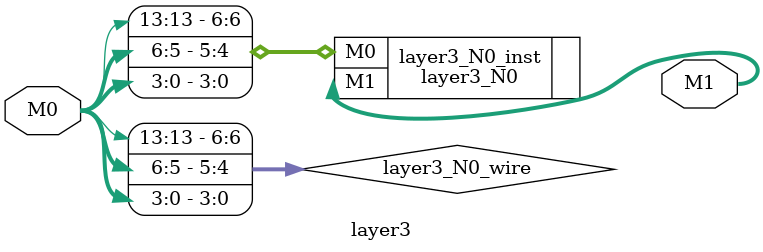
<source format=v>
module layer3 (input [14:0] M0, output [1:0] M1);

wire [6:0] layer3_N0_wire = {M0[13], M0[6], M0[5], M0[3], M0[2], M0[1], M0[0]};
layer3_N0 layer3_N0_inst (.M0(layer3_N0_wire), .M1(M1[1:0]));

endmodule
</source>
